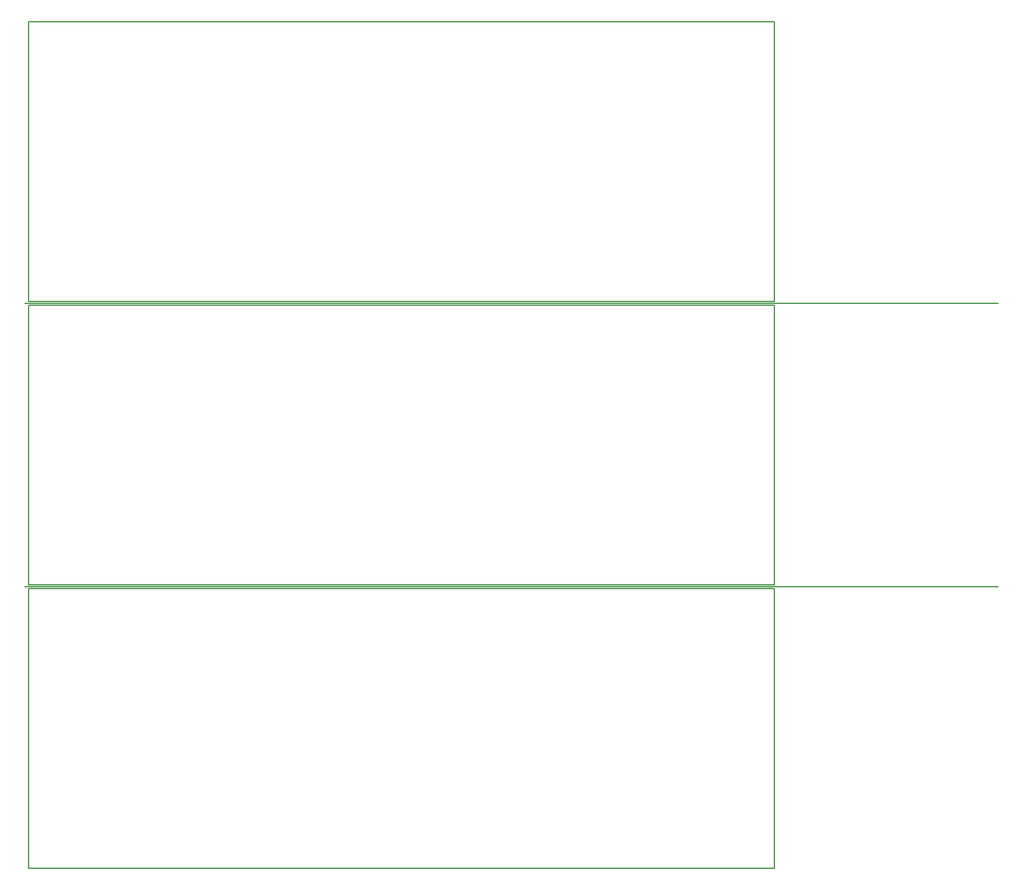
<source format=gm1>
G04 #@! TF.FileFunction,Profile,NP*
%FSLAX46Y46*%
G04 Gerber Fmt 4.6, Leading zero omitted, Abs format (unit mm)*
G04 Created by KiCad (PCBNEW 4.0.6) date 08/03/17 04:28:43*
%MOMM*%
%LPD*%
G01*
G04 APERTURE LIST*
%ADD10C,0.100000*%
%ADD11C,0.150000*%
G04 APERTURE END LIST*
D10*
D11*
X38100000Y-82042000D02*
X170688000Y-82042000D01*
X38100000Y-120650000D02*
X170688000Y-120650000D01*
X38608000Y-159004000D02*
X140208000Y-159004000D01*
X38608000Y-120396000D02*
X140208000Y-120396000D01*
X140208000Y-120904000D02*
X38608000Y-120904000D01*
X140208000Y-82296000D02*
X38608000Y-82296000D01*
X38608000Y-120904000D02*
X38608000Y-159004000D01*
X38608000Y-82296000D02*
X38608000Y-120396000D01*
X140208000Y-159004000D02*
X140208000Y-120904000D01*
X140208000Y-120396000D02*
X140208000Y-82296000D01*
X38608000Y-43688000D02*
X38608000Y-81788000D01*
X140208000Y-43688000D02*
X38608000Y-43688000D01*
X140208000Y-81788000D02*
X140208000Y-43688000D01*
X38608000Y-81788000D02*
X140208000Y-81788000D01*
M02*

</source>
